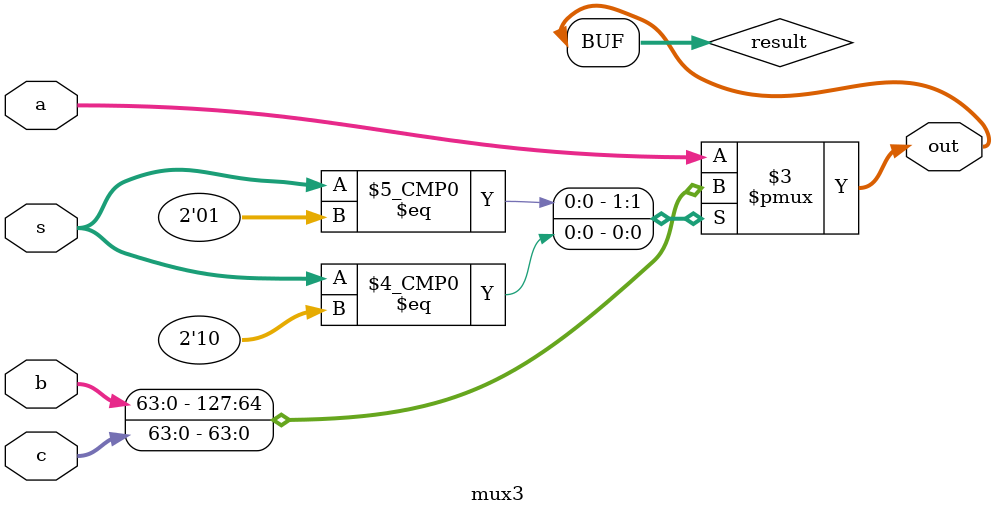
<source format=sv>
module mux3 #(parameter N = 64)(input logic[N-1:0] a,b,c,
                      input logic[1:0] s,
                      output logic[N-1:0] out);
                      
 logic[N-1:0] result; 
  always_comb begin 
    case(s)
    2'b00: result = a;
    2'b01: result = b;
    2'b10: result = c;
    default: result = a;
    endcase
  end
  assign out = result; 
endmodule

</source>
